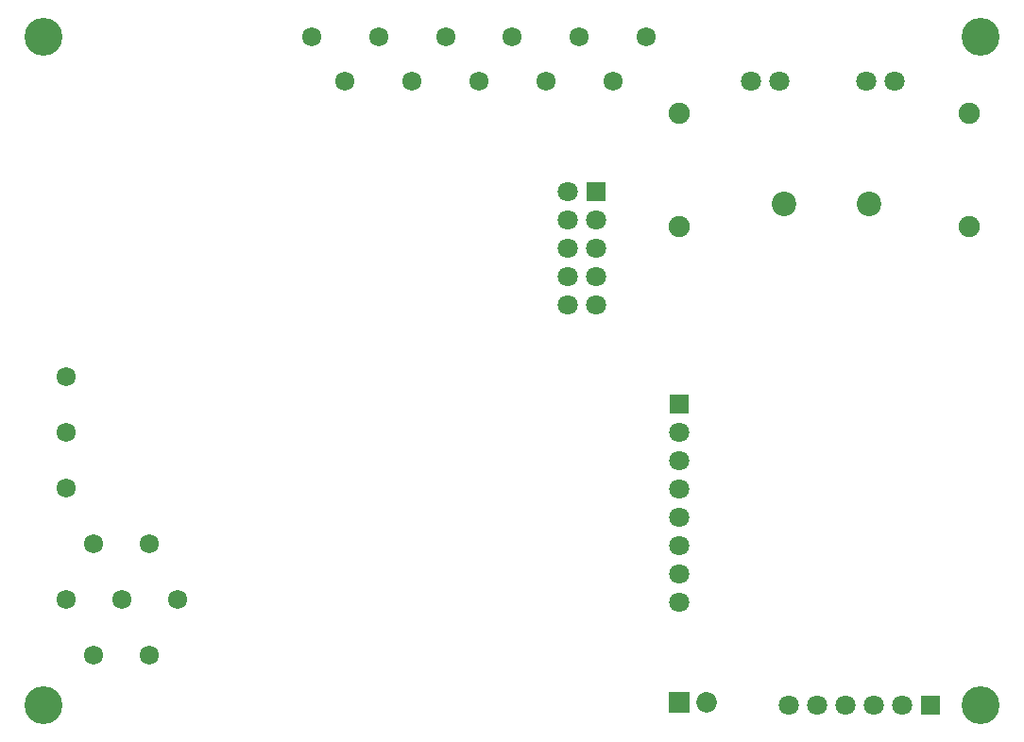
<source format=gbs>
G04*
G04 #@! TF.GenerationSoftware,Altium Limited,Altium Designer,21.4.1 (30)*
G04*
G04 Layer_Color=16711935*
%FSLAX44Y44*%
%MOMM*%
G71*
G04*
G04 #@! TF.SameCoordinates,02D7BDB2-D434-4152-92C4-171F5B89420C*
G04*
G04*
G04 #@! TF.FilePolarity,Negative*
G04*
G01*
G75*
%ADD13C,1.7240*%
%ADD14C,1.8000*%
%ADD15R,1.8000X1.8000*%
%ADD16C,1.8500*%
%ADD17R,1.8500X1.8500*%
%ADD18R,1.8000X1.8000*%
%ADD19C,2.2000*%
%ADD20C,1.9000*%
%ADD21C,3.4000*%
D13*
X540000Y590000D02*
D03*
X480000D02*
D03*
X420000D02*
D03*
X360000D02*
D03*
X300000D02*
D03*
X570000Y630000D02*
D03*
X510000D02*
D03*
X450000D02*
D03*
X390000D02*
D03*
X330000D02*
D03*
X270000D02*
D03*
X149643Y125119D02*
D03*
X124643Y75119D02*
D03*
Y175119D02*
D03*
X99643Y125119D02*
D03*
X74643Y75119D02*
D03*
X49643Y125119D02*
D03*
X74643Y175119D02*
D03*
X49643Y225119D02*
D03*
Y275119D02*
D03*
Y325119D02*
D03*
D14*
X499643Y491077D02*
D03*
Y465677D02*
D03*
Y440277D02*
D03*
Y414877D02*
D03*
Y389477D02*
D03*
X525043Y465677D02*
D03*
Y440277D02*
D03*
Y414877D02*
D03*
Y389477D02*
D03*
X799643Y30277D02*
D03*
X774243D02*
D03*
X748843D02*
D03*
X723443D02*
D03*
X698043D02*
D03*
X599643Y122477D02*
D03*
Y147877D02*
D03*
Y173277D02*
D03*
Y198677D02*
D03*
Y224077D02*
D03*
Y249477D02*
D03*
Y274877D02*
D03*
X664243Y590277D02*
D03*
X689643D02*
D03*
X766943D02*
D03*
X792343D02*
D03*
D15*
X525043Y491077D02*
D03*
X599643Y300277D02*
D03*
D16*
X624163Y33137D02*
D03*
D17*
X599163D02*
D03*
D18*
X825043Y30277D02*
D03*
D19*
X693643Y480277D02*
D03*
X769643D02*
D03*
D20*
X859643Y459277D02*
D03*
Y561277D02*
D03*
X599643D02*
D03*
Y459277D02*
D03*
D21*
X869643Y630119D02*
D03*
Y30119D02*
D03*
X29643D02*
D03*
Y630119D02*
D03*
M02*

</source>
